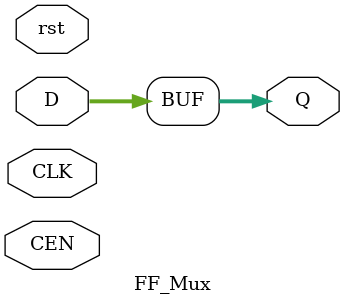
<source format=v>
module FF_Mux (D,CLK,CEN,rst,Q);

	parameter W=18;
	parameter SEL=0;
	parameter RSTTYPE="SYNC";
	input [W-1:0] D;
	input CLK,rst,CEN;
	output [W-1:0] Q;

	reg [W-1:0] D_reg;

	generate 

	if (RSTTYPE=="ASYNC") begin
		always @(posedge CLK or posedge rst) begin
			if (rst) 
				D_reg<=0;
			else if (CEN)
				D_reg<=D;
		end
	end
	else if (RSTTYPE=="SYNC") begin
		always @(posedge CLK) begin
			if (rst) 
				D_reg<=0;
			else if (CEN)
				D_reg<=D;
		end
	end
	endgenerate 

	assign Q = (SEL)? D_reg : D ;

endmodule
</source>
